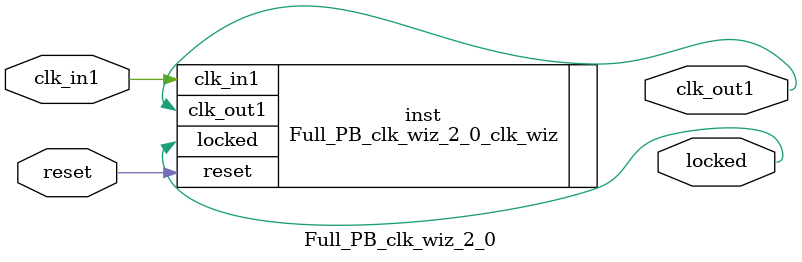
<source format=v>


`timescale 1ps/1ps

(* CORE_GENERATION_INFO = "Full_PB_clk_wiz_2_0,clk_wiz_v6_0_11_0_0,{component_name=Full_PB_clk_wiz_2_0,use_phase_alignment=true,use_min_o_jitter=false,use_max_i_jitter=false,use_dyn_phase_shift=false,use_inclk_switchover=false,use_dyn_reconfig=false,enable_axi=0,feedback_source=FDBK_AUTO,PRIMITIVE=MMCM,num_out_clk=1,clkin1_period=10.000,clkin2_period=10.000,use_power_down=false,use_reset=true,use_locked=true,use_inclk_stopped=false,feedback_type=SINGLE,CLOCK_MGR_TYPE=NA,manual_override=false}" *)

module Full_PB_clk_wiz_2_0 
 (
  // Clock out ports
  output        clk_out1,
  // Status and control signals
  input         reset,
  output        locked,
 // Clock in ports
  input         clk_in1
 );

  Full_PB_clk_wiz_2_0_clk_wiz inst
  (
  // Clock out ports  
  .clk_out1(clk_out1),
  // Status and control signals               
  .reset(reset), 
  .locked(locked),
 // Clock in ports
  .clk_in1(clk_in1)
  );

endmodule

</source>
